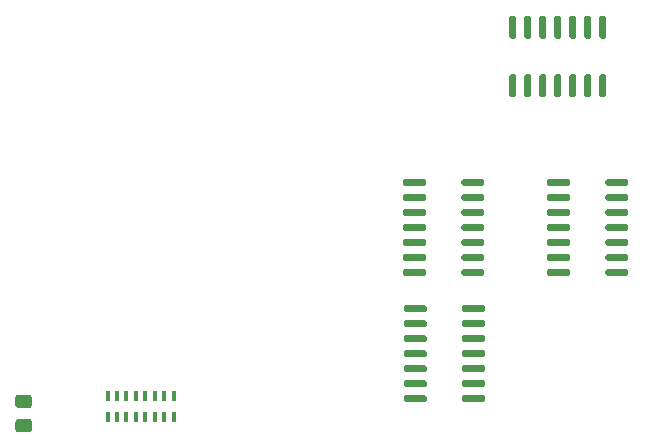
<source format=gbr>
%TF.GenerationSoftware,KiCad,Pcbnew,(5.1.6)-1*%
%TF.CreationDate,2022-03-09T09:08:39-05:00*%
%TF.ProjectId,a500hdd-remake,61353030-6864-4642-9d72-656d616b652e,rev?*%
%TF.SameCoordinates,Original*%
%TF.FileFunction,Paste,Top*%
%TF.FilePolarity,Positive*%
%FSLAX46Y46*%
G04 Gerber Fmt 4.6, Leading zero omitted, Abs format (unit mm)*
G04 Created by KiCad (PCBNEW (5.1.6)-1) date 2022-03-09 09:08:39*
%MOMM*%
%LPD*%
G01*
G04 APERTURE LIST*
%ADD10R,0.450000X0.900000*%
G04 APERTURE END LIST*
%TO.C,R17*%
G36*
G01*
X93783999Y-91872000D02*
X94684001Y-91872000D01*
G75*
G02*
X94934000Y-92121999I0J-249999D01*
G01*
X94934000Y-92772001D01*
G75*
G02*
X94684001Y-93022000I-249999J0D01*
G01*
X93783999Y-93022000D01*
G75*
G02*
X93534000Y-92772001I0J249999D01*
G01*
X93534000Y-92121999D01*
G75*
G02*
X93783999Y-91872000I249999J0D01*
G01*
G37*
G36*
G01*
X93783999Y-93922000D02*
X94684001Y-93922000D01*
G75*
G02*
X94934000Y-94171999I0J-249999D01*
G01*
X94934000Y-94822001D01*
G75*
G02*
X94684001Y-95072000I-249999J0D01*
G01*
X93783999Y-95072000D01*
G75*
G02*
X93534000Y-94822001I0J249999D01*
G01*
X93534000Y-94171999D01*
G75*
G02*
X93783999Y-93922000I249999J0D01*
G01*
G37*
%TD*%
D10*
%TO.C,RN2*%
X101334000Y-92026000D03*
X102134000Y-92026000D03*
X102934000Y-92026000D03*
X103734000Y-92026000D03*
X104534000Y-92026000D03*
X105334000Y-92026000D03*
X106134000Y-92026000D03*
X106934000Y-92026000D03*
X106934000Y-93726000D03*
X106134000Y-93726000D03*
X105334000Y-93726000D03*
X104534000Y-93726000D03*
X103734000Y-93726000D03*
X102934000Y-93726000D03*
X102134000Y-93726000D03*
X101334000Y-93726000D03*
%TD*%
%TO.C,U1*%
G36*
G01*
X138536000Y-74064000D02*
X138536000Y-73764000D01*
G75*
G02*
X138686000Y-73614000I150000J0D01*
G01*
X140336000Y-73614000D01*
G75*
G02*
X140486000Y-73764000I0J-150000D01*
G01*
X140486000Y-74064000D01*
G75*
G02*
X140336000Y-74214000I-150000J0D01*
G01*
X138686000Y-74214000D01*
G75*
G02*
X138536000Y-74064000I0J150000D01*
G01*
G37*
G36*
G01*
X138536000Y-75334000D02*
X138536000Y-75034000D01*
G75*
G02*
X138686000Y-74884000I150000J0D01*
G01*
X140336000Y-74884000D01*
G75*
G02*
X140486000Y-75034000I0J-150000D01*
G01*
X140486000Y-75334000D01*
G75*
G02*
X140336000Y-75484000I-150000J0D01*
G01*
X138686000Y-75484000D01*
G75*
G02*
X138536000Y-75334000I0J150000D01*
G01*
G37*
G36*
G01*
X138536000Y-76604000D02*
X138536000Y-76304000D01*
G75*
G02*
X138686000Y-76154000I150000J0D01*
G01*
X140336000Y-76154000D01*
G75*
G02*
X140486000Y-76304000I0J-150000D01*
G01*
X140486000Y-76604000D01*
G75*
G02*
X140336000Y-76754000I-150000J0D01*
G01*
X138686000Y-76754000D01*
G75*
G02*
X138536000Y-76604000I0J150000D01*
G01*
G37*
G36*
G01*
X138536000Y-77874000D02*
X138536000Y-77574000D01*
G75*
G02*
X138686000Y-77424000I150000J0D01*
G01*
X140336000Y-77424000D01*
G75*
G02*
X140486000Y-77574000I0J-150000D01*
G01*
X140486000Y-77874000D01*
G75*
G02*
X140336000Y-78024000I-150000J0D01*
G01*
X138686000Y-78024000D01*
G75*
G02*
X138536000Y-77874000I0J150000D01*
G01*
G37*
G36*
G01*
X138536000Y-79144000D02*
X138536000Y-78844000D01*
G75*
G02*
X138686000Y-78694000I150000J0D01*
G01*
X140336000Y-78694000D01*
G75*
G02*
X140486000Y-78844000I0J-150000D01*
G01*
X140486000Y-79144000D01*
G75*
G02*
X140336000Y-79294000I-150000J0D01*
G01*
X138686000Y-79294000D01*
G75*
G02*
X138536000Y-79144000I0J150000D01*
G01*
G37*
G36*
G01*
X138536000Y-80414000D02*
X138536000Y-80114000D01*
G75*
G02*
X138686000Y-79964000I150000J0D01*
G01*
X140336000Y-79964000D01*
G75*
G02*
X140486000Y-80114000I0J-150000D01*
G01*
X140486000Y-80414000D01*
G75*
G02*
X140336000Y-80564000I-150000J0D01*
G01*
X138686000Y-80564000D01*
G75*
G02*
X138536000Y-80414000I0J150000D01*
G01*
G37*
G36*
G01*
X138536000Y-81684000D02*
X138536000Y-81384000D01*
G75*
G02*
X138686000Y-81234000I150000J0D01*
G01*
X140336000Y-81234000D01*
G75*
G02*
X140486000Y-81384000I0J-150000D01*
G01*
X140486000Y-81684000D01*
G75*
G02*
X140336000Y-81834000I-150000J0D01*
G01*
X138686000Y-81834000D01*
G75*
G02*
X138536000Y-81684000I0J150000D01*
G01*
G37*
G36*
G01*
X143486000Y-81684000D02*
X143486000Y-81384000D01*
G75*
G02*
X143636000Y-81234000I150000J0D01*
G01*
X145286000Y-81234000D01*
G75*
G02*
X145436000Y-81384000I0J-150000D01*
G01*
X145436000Y-81684000D01*
G75*
G02*
X145286000Y-81834000I-150000J0D01*
G01*
X143636000Y-81834000D01*
G75*
G02*
X143486000Y-81684000I0J150000D01*
G01*
G37*
G36*
G01*
X143486000Y-80414000D02*
X143486000Y-80114000D01*
G75*
G02*
X143636000Y-79964000I150000J0D01*
G01*
X145286000Y-79964000D01*
G75*
G02*
X145436000Y-80114000I0J-150000D01*
G01*
X145436000Y-80414000D01*
G75*
G02*
X145286000Y-80564000I-150000J0D01*
G01*
X143636000Y-80564000D01*
G75*
G02*
X143486000Y-80414000I0J150000D01*
G01*
G37*
G36*
G01*
X143486000Y-79144000D02*
X143486000Y-78844000D01*
G75*
G02*
X143636000Y-78694000I150000J0D01*
G01*
X145286000Y-78694000D01*
G75*
G02*
X145436000Y-78844000I0J-150000D01*
G01*
X145436000Y-79144000D01*
G75*
G02*
X145286000Y-79294000I-150000J0D01*
G01*
X143636000Y-79294000D01*
G75*
G02*
X143486000Y-79144000I0J150000D01*
G01*
G37*
G36*
G01*
X143486000Y-77874000D02*
X143486000Y-77574000D01*
G75*
G02*
X143636000Y-77424000I150000J0D01*
G01*
X145286000Y-77424000D01*
G75*
G02*
X145436000Y-77574000I0J-150000D01*
G01*
X145436000Y-77874000D01*
G75*
G02*
X145286000Y-78024000I-150000J0D01*
G01*
X143636000Y-78024000D01*
G75*
G02*
X143486000Y-77874000I0J150000D01*
G01*
G37*
G36*
G01*
X143486000Y-76604000D02*
X143486000Y-76304000D01*
G75*
G02*
X143636000Y-76154000I150000J0D01*
G01*
X145286000Y-76154000D01*
G75*
G02*
X145436000Y-76304000I0J-150000D01*
G01*
X145436000Y-76604000D01*
G75*
G02*
X145286000Y-76754000I-150000J0D01*
G01*
X143636000Y-76754000D01*
G75*
G02*
X143486000Y-76604000I0J150000D01*
G01*
G37*
G36*
G01*
X143486000Y-75334000D02*
X143486000Y-75034000D01*
G75*
G02*
X143636000Y-74884000I150000J0D01*
G01*
X145286000Y-74884000D01*
G75*
G02*
X145436000Y-75034000I0J-150000D01*
G01*
X145436000Y-75334000D01*
G75*
G02*
X145286000Y-75484000I-150000J0D01*
G01*
X143636000Y-75484000D01*
G75*
G02*
X143486000Y-75334000I0J150000D01*
G01*
G37*
G36*
G01*
X143486000Y-74064000D02*
X143486000Y-73764000D01*
G75*
G02*
X143636000Y-73614000I150000J0D01*
G01*
X145286000Y-73614000D01*
G75*
G02*
X145436000Y-73764000I0J-150000D01*
G01*
X145436000Y-74064000D01*
G75*
G02*
X145286000Y-74214000I-150000J0D01*
G01*
X143636000Y-74214000D01*
G75*
G02*
X143486000Y-74064000I0J150000D01*
G01*
G37*
%TD*%
%TO.C,U2*%
G36*
G01*
X131359000Y-84732000D02*
X131359000Y-84432000D01*
G75*
G02*
X131509000Y-84282000I150000J0D01*
G01*
X133159000Y-84282000D01*
G75*
G02*
X133309000Y-84432000I0J-150000D01*
G01*
X133309000Y-84732000D01*
G75*
G02*
X133159000Y-84882000I-150000J0D01*
G01*
X131509000Y-84882000D01*
G75*
G02*
X131359000Y-84732000I0J150000D01*
G01*
G37*
G36*
G01*
X131359000Y-86002000D02*
X131359000Y-85702000D01*
G75*
G02*
X131509000Y-85552000I150000J0D01*
G01*
X133159000Y-85552000D01*
G75*
G02*
X133309000Y-85702000I0J-150000D01*
G01*
X133309000Y-86002000D01*
G75*
G02*
X133159000Y-86152000I-150000J0D01*
G01*
X131509000Y-86152000D01*
G75*
G02*
X131359000Y-86002000I0J150000D01*
G01*
G37*
G36*
G01*
X131359000Y-87272000D02*
X131359000Y-86972000D01*
G75*
G02*
X131509000Y-86822000I150000J0D01*
G01*
X133159000Y-86822000D01*
G75*
G02*
X133309000Y-86972000I0J-150000D01*
G01*
X133309000Y-87272000D01*
G75*
G02*
X133159000Y-87422000I-150000J0D01*
G01*
X131509000Y-87422000D01*
G75*
G02*
X131359000Y-87272000I0J150000D01*
G01*
G37*
G36*
G01*
X131359000Y-88542000D02*
X131359000Y-88242000D01*
G75*
G02*
X131509000Y-88092000I150000J0D01*
G01*
X133159000Y-88092000D01*
G75*
G02*
X133309000Y-88242000I0J-150000D01*
G01*
X133309000Y-88542000D01*
G75*
G02*
X133159000Y-88692000I-150000J0D01*
G01*
X131509000Y-88692000D01*
G75*
G02*
X131359000Y-88542000I0J150000D01*
G01*
G37*
G36*
G01*
X131359000Y-89812000D02*
X131359000Y-89512000D01*
G75*
G02*
X131509000Y-89362000I150000J0D01*
G01*
X133159000Y-89362000D01*
G75*
G02*
X133309000Y-89512000I0J-150000D01*
G01*
X133309000Y-89812000D01*
G75*
G02*
X133159000Y-89962000I-150000J0D01*
G01*
X131509000Y-89962000D01*
G75*
G02*
X131359000Y-89812000I0J150000D01*
G01*
G37*
G36*
G01*
X131359000Y-91082000D02*
X131359000Y-90782000D01*
G75*
G02*
X131509000Y-90632000I150000J0D01*
G01*
X133159000Y-90632000D01*
G75*
G02*
X133309000Y-90782000I0J-150000D01*
G01*
X133309000Y-91082000D01*
G75*
G02*
X133159000Y-91232000I-150000J0D01*
G01*
X131509000Y-91232000D01*
G75*
G02*
X131359000Y-91082000I0J150000D01*
G01*
G37*
G36*
G01*
X131359000Y-92352000D02*
X131359000Y-92052000D01*
G75*
G02*
X131509000Y-91902000I150000J0D01*
G01*
X133159000Y-91902000D01*
G75*
G02*
X133309000Y-92052000I0J-150000D01*
G01*
X133309000Y-92352000D01*
G75*
G02*
X133159000Y-92502000I-150000J0D01*
G01*
X131509000Y-92502000D01*
G75*
G02*
X131359000Y-92352000I0J150000D01*
G01*
G37*
G36*
G01*
X126409000Y-92352000D02*
X126409000Y-92052000D01*
G75*
G02*
X126559000Y-91902000I150000J0D01*
G01*
X128209000Y-91902000D01*
G75*
G02*
X128359000Y-92052000I0J-150000D01*
G01*
X128359000Y-92352000D01*
G75*
G02*
X128209000Y-92502000I-150000J0D01*
G01*
X126559000Y-92502000D01*
G75*
G02*
X126409000Y-92352000I0J150000D01*
G01*
G37*
G36*
G01*
X126409000Y-91082000D02*
X126409000Y-90782000D01*
G75*
G02*
X126559000Y-90632000I150000J0D01*
G01*
X128209000Y-90632000D01*
G75*
G02*
X128359000Y-90782000I0J-150000D01*
G01*
X128359000Y-91082000D01*
G75*
G02*
X128209000Y-91232000I-150000J0D01*
G01*
X126559000Y-91232000D01*
G75*
G02*
X126409000Y-91082000I0J150000D01*
G01*
G37*
G36*
G01*
X126409000Y-89812000D02*
X126409000Y-89512000D01*
G75*
G02*
X126559000Y-89362000I150000J0D01*
G01*
X128209000Y-89362000D01*
G75*
G02*
X128359000Y-89512000I0J-150000D01*
G01*
X128359000Y-89812000D01*
G75*
G02*
X128209000Y-89962000I-150000J0D01*
G01*
X126559000Y-89962000D01*
G75*
G02*
X126409000Y-89812000I0J150000D01*
G01*
G37*
G36*
G01*
X126409000Y-88542000D02*
X126409000Y-88242000D01*
G75*
G02*
X126559000Y-88092000I150000J0D01*
G01*
X128209000Y-88092000D01*
G75*
G02*
X128359000Y-88242000I0J-150000D01*
G01*
X128359000Y-88542000D01*
G75*
G02*
X128209000Y-88692000I-150000J0D01*
G01*
X126559000Y-88692000D01*
G75*
G02*
X126409000Y-88542000I0J150000D01*
G01*
G37*
G36*
G01*
X126409000Y-87272000D02*
X126409000Y-86972000D01*
G75*
G02*
X126559000Y-86822000I150000J0D01*
G01*
X128209000Y-86822000D01*
G75*
G02*
X128359000Y-86972000I0J-150000D01*
G01*
X128359000Y-87272000D01*
G75*
G02*
X128209000Y-87422000I-150000J0D01*
G01*
X126559000Y-87422000D01*
G75*
G02*
X126409000Y-87272000I0J150000D01*
G01*
G37*
G36*
G01*
X126409000Y-86002000D02*
X126409000Y-85702000D01*
G75*
G02*
X126559000Y-85552000I150000J0D01*
G01*
X128209000Y-85552000D01*
G75*
G02*
X128359000Y-85702000I0J-150000D01*
G01*
X128359000Y-86002000D01*
G75*
G02*
X128209000Y-86152000I-150000J0D01*
G01*
X126559000Y-86152000D01*
G75*
G02*
X126409000Y-86002000I0J150000D01*
G01*
G37*
G36*
G01*
X126409000Y-84732000D02*
X126409000Y-84432000D01*
G75*
G02*
X126559000Y-84282000I150000J0D01*
G01*
X128209000Y-84282000D01*
G75*
G02*
X128359000Y-84432000I0J-150000D01*
G01*
X128359000Y-84732000D01*
G75*
G02*
X128209000Y-84882000I-150000J0D01*
G01*
X126559000Y-84882000D01*
G75*
G02*
X126409000Y-84732000I0J150000D01*
G01*
G37*
%TD*%
%TO.C,U3*%
G36*
G01*
X126344000Y-74064000D02*
X126344000Y-73764000D01*
G75*
G02*
X126494000Y-73614000I150000J0D01*
G01*
X128144000Y-73614000D01*
G75*
G02*
X128294000Y-73764000I0J-150000D01*
G01*
X128294000Y-74064000D01*
G75*
G02*
X128144000Y-74214000I-150000J0D01*
G01*
X126494000Y-74214000D01*
G75*
G02*
X126344000Y-74064000I0J150000D01*
G01*
G37*
G36*
G01*
X126344000Y-75334000D02*
X126344000Y-75034000D01*
G75*
G02*
X126494000Y-74884000I150000J0D01*
G01*
X128144000Y-74884000D01*
G75*
G02*
X128294000Y-75034000I0J-150000D01*
G01*
X128294000Y-75334000D01*
G75*
G02*
X128144000Y-75484000I-150000J0D01*
G01*
X126494000Y-75484000D01*
G75*
G02*
X126344000Y-75334000I0J150000D01*
G01*
G37*
G36*
G01*
X126344000Y-76604000D02*
X126344000Y-76304000D01*
G75*
G02*
X126494000Y-76154000I150000J0D01*
G01*
X128144000Y-76154000D01*
G75*
G02*
X128294000Y-76304000I0J-150000D01*
G01*
X128294000Y-76604000D01*
G75*
G02*
X128144000Y-76754000I-150000J0D01*
G01*
X126494000Y-76754000D01*
G75*
G02*
X126344000Y-76604000I0J150000D01*
G01*
G37*
G36*
G01*
X126344000Y-77874000D02*
X126344000Y-77574000D01*
G75*
G02*
X126494000Y-77424000I150000J0D01*
G01*
X128144000Y-77424000D01*
G75*
G02*
X128294000Y-77574000I0J-150000D01*
G01*
X128294000Y-77874000D01*
G75*
G02*
X128144000Y-78024000I-150000J0D01*
G01*
X126494000Y-78024000D01*
G75*
G02*
X126344000Y-77874000I0J150000D01*
G01*
G37*
G36*
G01*
X126344000Y-79144000D02*
X126344000Y-78844000D01*
G75*
G02*
X126494000Y-78694000I150000J0D01*
G01*
X128144000Y-78694000D01*
G75*
G02*
X128294000Y-78844000I0J-150000D01*
G01*
X128294000Y-79144000D01*
G75*
G02*
X128144000Y-79294000I-150000J0D01*
G01*
X126494000Y-79294000D01*
G75*
G02*
X126344000Y-79144000I0J150000D01*
G01*
G37*
G36*
G01*
X126344000Y-80414000D02*
X126344000Y-80114000D01*
G75*
G02*
X126494000Y-79964000I150000J0D01*
G01*
X128144000Y-79964000D01*
G75*
G02*
X128294000Y-80114000I0J-150000D01*
G01*
X128294000Y-80414000D01*
G75*
G02*
X128144000Y-80564000I-150000J0D01*
G01*
X126494000Y-80564000D01*
G75*
G02*
X126344000Y-80414000I0J150000D01*
G01*
G37*
G36*
G01*
X126344000Y-81684000D02*
X126344000Y-81384000D01*
G75*
G02*
X126494000Y-81234000I150000J0D01*
G01*
X128144000Y-81234000D01*
G75*
G02*
X128294000Y-81384000I0J-150000D01*
G01*
X128294000Y-81684000D01*
G75*
G02*
X128144000Y-81834000I-150000J0D01*
G01*
X126494000Y-81834000D01*
G75*
G02*
X126344000Y-81684000I0J150000D01*
G01*
G37*
G36*
G01*
X131294000Y-81684000D02*
X131294000Y-81384000D01*
G75*
G02*
X131444000Y-81234000I150000J0D01*
G01*
X133094000Y-81234000D01*
G75*
G02*
X133244000Y-81384000I0J-150000D01*
G01*
X133244000Y-81684000D01*
G75*
G02*
X133094000Y-81834000I-150000J0D01*
G01*
X131444000Y-81834000D01*
G75*
G02*
X131294000Y-81684000I0J150000D01*
G01*
G37*
G36*
G01*
X131294000Y-80414000D02*
X131294000Y-80114000D01*
G75*
G02*
X131444000Y-79964000I150000J0D01*
G01*
X133094000Y-79964000D01*
G75*
G02*
X133244000Y-80114000I0J-150000D01*
G01*
X133244000Y-80414000D01*
G75*
G02*
X133094000Y-80564000I-150000J0D01*
G01*
X131444000Y-80564000D01*
G75*
G02*
X131294000Y-80414000I0J150000D01*
G01*
G37*
G36*
G01*
X131294000Y-79144000D02*
X131294000Y-78844000D01*
G75*
G02*
X131444000Y-78694000I150000J0D01*
G01*
X133094000Y-78694000D01*
G75*
G02*
X133244000Y-78844000I0J-150000D01*
G01*
X133244000Y-79144000D01*
G75*
G02*
X133094000Y-79294000I-150000J0D01*
G01*
X131444000Y-79294000D01*
G75*
G02*
X131294000Y-79144000I0J150000D01*
G01*
G37*
G36*
G01*
X131294000Y-77874000D02*
X131294000Y-77574000D01*
G75*
G02*
X131444000Y-77424000I150000J0D01*
G01*
X133094000Y-77424000D01*
G75*
G02*
X133244000Y-77574000I0J-150000D01*
G01*
X133244000Y-77874000D01*
G75*
G02*
X133094000Y-78024000I-150000J0D01*
G01*
X131444000Y-78024000D01*
G75*
G02*
X131294000Y-77874000I0J150000D01*
G01*
G37*
G36*
G01*
X131294000Y-76604000D02*
X131294000Y-76304000D01*
G75*
G02*
X131444000Y-76154000I150000J0D01*
G01*
X133094000Y-76154000D01*
G75*
G02*
X133244000Y-76304000I0J-150000D01*
G01*
X133244000Y-76604000D01*
G75*
G02*
X133094000Y-76754000I-150000J0D01*
G01*
X131444000Y-76754000D01*
G75*
G02*
X131294000Y-76604000I0J150000D01*
G01*
G37*
G36*
G01*
X131294000Y-75334000D02*
X131294000Y-75034000D01*
G75*
G02*
X131444000Y-74884000I150000J0D01*
G01*
X133094000Y-74884000D01*
G75*
G02*
X133244000Y-75034000I0J-150000D01*
G01*
X133244000Y-75334000D01*
G75*
G02*
X133094000Y-75484000I-150000J0D01*
G01*
X131444000Y-75484000D01*
G75*
G02*
X131294000Y-75334000I0J150000D01*
G01*
G37*
G36*
G01*
X131294000Y-74064000D02*
X131294000Y-73764000D01*
G75*
G02*
X131444000Y-73614000I150000J0D01*
G01*
X133094000Y-73614000D01*
G75*
G02*
X133244000Y-73764000I0J-150000D01*
G01*
X133244000Y-74064000D01*
G75*
G02*
X133094000Y-74214000I-150000J0D01*
G01*
X131444000Y-74214000D01*
G75*
G02*
X131294000Y-74064000I0J150000D01*
G01*
G37*
%TD*%
%TO.C,U4*%
G36*
G01*
X143106000Y-64746000D02*
X143406000Y-64746000D01*
G75*
G02*
X143556000Y-64896000I0J-150000D01*
G01*
X143556000Y-66546000D01*
G75*
G02*
X143406000Y-66696000I-150000J0D01*
G01*
X143106000Y-66696000D01*
G75*
G02*
X142956000Y-66546000I0J150000D01*
G01*
X142956000Y-64896000D01*
G75*
G02*
X143106000Y-64746000I150000J0D01*
G01*
G37*
G36*
G01*
X141836000Y-64746000D02*
X142136000Y-64746000D01*
G75*
G02*
X142286000Y-64896000I0J-150000D01*
G01*
X142286000Y-66546000D01*
G75*
G02*
X142136000Y-66696000I-150000J0D01*
G01*
X141836000Y-66696000D01*
G75*
G02*
X141686000Y-66546000I0J150000D01*
G01*
X141686000Y-64896000D01*
G75*
G02*
X141836000Y-64746000I150000J0D01*
G01*
G37*
G36*
G01*
X140566000Y-64746000D02*
X140866000Y-64746000D01*
G75*
G02*
X141016000Y-64896000I0J-150000D01*
G01*
X141016000Y-66546000D01*
G75*
G02*
X140866000Y-66696000I-150000J0D01*
G01*
X140566000Y-66696000D01*
G75*
G02*
X140416000Y-66546000I0J150000D01*
G01*
X140416000Y-64896000D01*
G75*
G02*
X140566000Y-64746000I150000J0D01*
G01*
G37*
G36*
G01*
X139296000Y-64746000D02*
X139596000Y-64746000D01*
G75*
G02*
X139746000Y-64896000I0J-150000D01*
G01*
X139746000Y-66546000D01*
G75*
G02*
X139596000Y-66696000I-150000J0D01*
G01*
X139296000Y-66696000D01*
G75*
G02*
X139146000Y-66546000I0J150000D01*
G01*
X139146000Y-64896000D01*
G75*
G02*
X139296000Y-64746000I150000J0D01*
G01*
G37*
G36*
G01*
X138026000Y-64746000D02*
X138326000Y-64746000D01*
G75*
G02*
X138476000Y-64896000I0J-150000D01*
G01*
X138476000Y-66546000D01*
G75*
G02*
X138326000Y-66696000I-150000J0D01*
G01*
X138026000Y-66696000D01*
G75*
G02*
X137876000Y-66546000I0J150000D01*
G01*
X137876000Y-64896000D01*
G75*
G02*
X138026000Y-64746000I150000J0D01*
G01*
G37*
G36*
G01*
X136756000Y-64746000D02*
X137056000Y-64746000D01*
G75*
G02*
X137206000Y-64896000I0J-150000D01*
G01*
X137206000Y-66546000D01*
G75*
G02*
X137056000Y-66696000I-150000J0D01*
G01*
X136756000Y-66696000D01*
G75*
G02*
X136606000Y-66546000I0J150000D01*
G01*
X136606000Y-64896000D01*
G75*
G02*
X136756000Y-64746000I150000J0D01*
G01*
G37*
G36*
G01*
X135486000Y-64746000D02*
X135786000Y-64746000D01*
G75*
G02*
X135936000Y-64896000I0J-150000D01*
G01*
X135936000Y-66546000D01*
G75*
G02*
X135786000Y-66696000I-150000J0D01*
G01*
X135486000Y-66696000D01*
G75*
G02*
X135336000Y-66546000I0J150000D01*
G01*
X135336000Y-64896000D01*
G75*
G02*
X135486000Y-64746000I150000J0D01*
G01*
G37*
G36*
G01*
X135486000Y-59796000D02*
X135786000Y-59796000D01*
G75*
G02*
X135936000Y-59946000I0J-150000D01*
G01*
X135936000Y-61596000D01*
G75*
G02*
X135786000Y-61746000I-150000J0D01*
G01*
X135486000Y-61746000D01*
G75*
G02*
X135336000Y-61596000I0J150000D01*
G01*
X135336000Y-59946000D01*
G75*
G02*
X135486000Y-59796000I150000J0D01*
G01*
G37*
G36*
G01*
X136756000Y-59796000D02*
X137056000Y-59796000D01*
G75*
G02*
X137206000Y-59946000I0J-150000D01*
G01*
X137206000Y-61596000D01*
G75*
G02*
X137056000Y-61746000I-150000J0D01*
G01*
X136756000Y-61746000D01*
G75*
G02*
X136606000Y-61596000I0J150000D01*
G01*
X136606000Y-59946000D01*
G75*
G02*
X136756000Y-59796000I150000J0D01*
G01*
G37*
G36*
G01*
X138026000Y-59796000D02*
X138326000Y-59796000D01*
G75*
G02*
X138476000Y-59946000I0J-150000D01*
G01*
X138476000Y-61596000D01*
G75*
G02*
X138326000Y-61746000I-150000J0D01*
G01*
X138026000Y-61746000D01*
G75*
G02*
X137876000Y-61596000I0J150000D01*
G01*
X137876000Y-59946000D01*
G75*
G02*
X138026000Y-59796000I150000J0D01*
G01*
G37*
G36*
G01*
X139296000Y-59796000D02*
X139596000Y-59796000D01*
G75*
G02*
X139746000Y-59946000I0J-150000D01*
G01*
X139746000Y-61596000D01*
G75*
G02*
X139596000Y-61746000I-150000J0D01*
G01*
X139296000Y-61746000D01*
G75*
G02*
X139146000Y-61596000I0J150000D01*
G01*
X139146000Y-59946000D01*
G75*
G02*
X139296000Y-59796000I150000J0D01*
G01*
G37*
G36*
G01*
X140566000Y-59796000D02*
X140866000Y-59796000D01*
G75*
G02*
X141016000Y-59946000I0J-150000D01*
G01*
X141016000Y-61596000D01*
G75*
G02*
X140866000Y-61746000I-150000J0D01*
G01*
X140566000Y-61746000D01*
G75*
G02*
X140416000Y-61596000I0J150000D01*
G01*
X140416000Y-59946000D01*
G75*
G02*
X140566000Y-59796000I150000J0D01*
G01*
G37*
G36*
G01*
X141836000Y-59796000D02*
X142136000Y-59796000D01*
G75*
G02*
X142286000Y-59946000I0J-150000D01*
G01*
X142286000Y-61596000D01*
G75*
G02*
X142136000Y-61746000I-150000J0D01*
G01*
X141836000Y-61746000D01*
G75*
G02*
X141686000Y-61596000I0J150000D01*
G01*
X141686000Y-59946000D01*
G75*
G02*
X141836000Y-59796000I150000J0D01*
G01*
G37*
G36*
G01*
X143106000Y-59796000D02*
X143406000Y-59796000D01*
G75*
G02*
X143556000Y-59946000I0J-150000D01*
G01*
X143556000Y-61596000D01*
G75*
G02*
X143406000Y-61746000I-150000J0D01*
G01*
X143106000Y-61746000D01*
G75*
G02*
X142956000Y-61596000I0J150000D01*
G01*
X142956000Y-59946000D01*
G75*
G02*
X143106000Y-59796000I150000J0D01*
G01*
G37*
%TD*%
M02*

</source>
